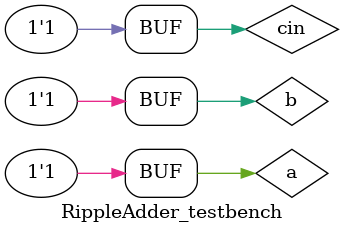
<source format=v>
`timescale 1ns / 1ps


module RippleAdder_testbench();


reg a, b, cin;

wire cout,s; 


_1BitAdder test(.a(a), .b(b), .cin(cin), .cout(cout), .s(s));

initial
begin 
    a = 0; b = 0; cin = 0;
    #10 a = 1;
    #10 b = 1; a = 0;
    #10 a = 1;
    #10 cin = 1; a = 0; b = 0;
    #10 a = 1;
    #10 b = 1; a = 0;
    #10 a = 1;
    #10;
end

endmodule

</source>
